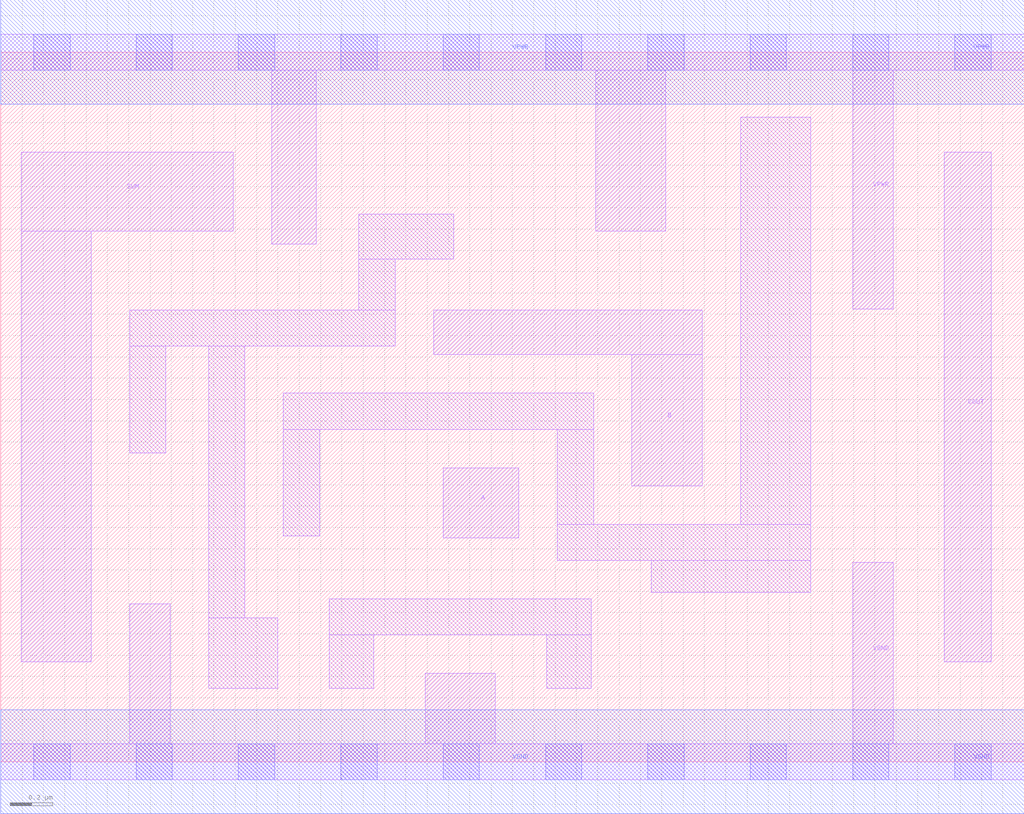
<source format=lef>
# Copyright 2020 The SkyWater PDK Authors
#
# Licensed under the Apache License, Version 2.0 (the "License");
# you may not use this file except in compliance with the License.
# You may obtain a copy of the License at
#
#     https://www.apache.org/licenses/LICENSE-2.0
#
# Unless required by applicable law or agreed to in writing, software
# distributed under the License is distributed on an "AS IS" BASIS,
# WITHOUT WARRANTIES OR CONDITIONS OF ANY KIND, either express or implied.
# See the License for the specific language governing permissions and
# limitations under the License.
#
# SPDX-License-Identifier: Apache-2.0

VERSION 5.7 ;
  NAMESCASESENSITIVE ON ;
  NOWIREEXTENSIONATPIN ON ;
  DIVIDERCHAR "/" ;
  BUSBITCHARS "[]" ;
UNITS
  DATABASE MICRONS 200 ;
END UNITS
MACRO sky130_fd_sc_lp__ha_m
  CLASS CORE ;
  SOURCE USER ;
  FOREIGN sky130_fd_sc_lp__ha_m ;
  ORIGIN  0.000000  0.000000 ;
  SIZE  4.800000 BY  3.330000 ;
  SYMMETRY X Y R90 ;
  SITE unit ;
  PIN A
    ANTENNAGATEAREA  0.252000 ;
    DIRECTION INPUT ;
    USE SIGNAL ;
    PORT
      LAYER li1 ;
        RECT 2.075000 1.050000 2.430000 1.380000 ;
    END
  END A
  PIN B
    ANTENNAGATEAREA  0.252000 ;
    DIRECTION INPUT ;
    USE SIGNAL ;
    PORT
      LAYER li1 ;
        RECT 2.030000 1.910000 3.290000 2.120000 ;
        RECT 2.960000 1.295000 3.290000 1.910000 ;
    END
  END B
  PIN COUT
    ANTENNADIFFAREA  0.222600 ;
    DIRECTION OUTPUT ;
    USE SIGNAL ;
    PORT
      LAYER li1 ;
        RECT 4.425000 0.470000 4.645000 2.860000 ;
    END
  END COUT
  PIN SUM
    ANTENNADIFFAREA  0.222600 ;
    DIRECTION OUTPUT ;
    USE SIGNAL ;
    PORT
      LAYER li1 ;
        RECT 0.095000 0.470000 0.425000 2.490000 ;
        RECT 0.095000 2.490000 1.090000 2.860000 ;
    END
  END SUM
  PIN VGND
    DIRECTION INOUT ;
    USE GROUND ;
    PORT
      LAYER li1 ;
        RECT 0.000000 -0.085000 4.800000 0.085000 ;
        RECT 0.605000  0.085000 0.795000 0.740000 ;
        RECT 1.990000  0.085000 2.320000 0.415000 ;
        RECT 3.995000  0.085000 4.185000 0.935000 ;
      LAYER mcon ;
        RECT 0.155000 -0.085000 0.325000 0.085000 ;
        RECT 0.635000 -0.085000 0.805000 0.085000 ;
        RECT 1.115000 -0.085000 1.285000 0.085000 ;
        RECT 1.595000 -0.085000 1.765000 0.085000 ;
        RECT 2.075000 -0.085000 2.245000 0.085000 ;
        RECT 2.555000 -0.085000 2.725000 0.085000 ;
        RECT 3.035000 -0.085000 3.205000 0.085000 ;
        RECT 3.515000 -0.085000 3.685000 0.085000 ;
        RECT 3.995000 -0.085000 4.165000 0.085000 ;
        RECT 4.475000 -0.085000 4.645000 0.085000 ;
      LAYER met1 ;
        RECT 0.000000 -0.245000 4.800000 0.245000 ;
    END
  END VGND
  PIN VPWR
    DIRECTION INOUT ;
    USE POWER ;
    PORT
      LAYER li1 ;
        RECT 0.000000 3.245000 4.800000 3.415000 ;
        RECT 1.270000 2.430000 1.480000 3.245000 ;
        RECT 2.790000 2.490000 3.120000 3.245000 ;
        RECT 3.995000 2.125000 4.185000 3.245000 ;
      LAYER mcon ;
        RECT 0.155000 3.245000 0.325000 3.415000 ;
        RECT 0.635000 3.245000 0.805000 3.415000 ;
        RECT 1.115000 3.245000 1.285000 3.415000 ;
        RECT 1.595000 3.245000 1.765000 3.415000 ;
        RECT 2.075000 3.245000 2.245000 3.415000 ;
        RECT 2.555000 3.245000 2.725000 3.415000 ;
        RECT 3.035000 3.245000 3.205000 3.415000 ;
        RECT 3.515000 3.245000 3.685000 3.415000 ;
        RECT 3.995000 3.245000 4.165000 3.415000 ;
        RECT 4.475000 3.245000 4.645000 3.415000 ;
      LAYER met1 ;
        RECT 0.000000 3.085000 4.800000 3.575000 ;
    END
  END VPWR
  OBS
    LAYER li1 ;
      RECT 0.605000 1.450000 0.775000 1.950000 ;
      RECT 0.605000 1.950000 1.850000 2.120000 ;
      RECT 0.975000 0.345000 1.300000 0.675000 ;
      RECT 0.975000 0.675000 1.145000 1.950000 ;
      RECT 1.325000 1.060000 1.495000 1.560000 ;
      RECT 1.325000 1.560000 2.780000 1.730000 ;
      RECT 1.540000 0.345000 1.750000 0.595000 ;
      RECT 1.540000 0.595000 2.770000 0.765000 ;
      RECT 1.680000 2.120000 1.850000 2.360000 ;
      RECT 1.680000 2.360000 2.125000 2.570000 ;
      RECT 2.560000 0.345000 2.770000 0.595000 ;
      RECT 2.610000 0.945000 3.800000 1.115000 ;
      RECT 2.610000 1.115000 2.780000 1.560000 ;
      RECT 3.050000 0.795000 3.800000 0.945000 ;
      RECT 3.470000 1.115000 3.800000 3.025000 ;
  END
END sky130_fd_sc_lp__ha_m

</source>
